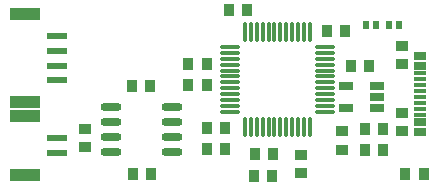
<source format=gtp>
G04*
G04 #@! TF.GenerationSoftware,Altium Limited,Altium Designer,21.8.1 (53)*
G04*
G04 Layer_Color=8421504*
%FSLAX44Y44*%
%MOMM*%
G71*
G04*
G04 #@! TF.SameCoordinates,C2C04723-665B-4EC8-97F3-F64F8151DB4A*
G04*
G04*
G04 #@! TF.FilePolarity,Positive*
G04*
G01*
G75*
%ADD16R,0.9800X0.9300*%
%ADD17R,0.9300X0.9800*%
%ADD18R,0.6000X0.6500*%
%ADD19R,2.5000X1.0000*%
%ADD20R,1.7000X0.6000*%
%ADD21O,0.2800X1.8000*%
%ADD22O,1.8000X0.2800*%
%ADD23R,1.1000X0.6500*%
%ADD24R,1.1000X0.3500*%
%ADD25O,1.8000X0.7000*%
%ADD26R,1.2000X0.6500*%
D16*
X127250Y-16550D02*
D03*
Y-31950D02*
D03*
Y40200D02*
D03*
Y24800D02*
D03*
X42000Y-52000D02*
D03*
Y-67400D02*
D03*
X77000Y-32000D02*
D03*
Y-47400D02*
D03*
X-141000Y-45400D02*
D03*
Y-30000D02*
D03*
D17*
X145700Y-68500D02*
D03*
X130300D02*
D03*
X2293Y-69589D02*
D03*
X17693D02*
D03*
X-19400Y71000D02*
D03*
X-4000D02*
D03*
X-86000Y6000D02*
D03*
X-101400D02*
D03*
X-53400Y25000D02*
D03*
X-38000D02*
D03*
X-53400Y7000D02*
D03*
X-38000D02*
D03*
X64000Y53000D02*
D03*
X79400D02*
D03*
X-22300Y-29000D02*
D03*
X-37700D02*
D03*
X111400Y-48000D02*
D03*
X96000D02*
D03*
X111400Y-30000D02*
D03*
X96000D02*
D03*
X84000Y23250D02*
D03*
X99400D02*
D03*
X-85000Y-68000D02*
D03*
X-100400D02*
D03*
X-22300Y-47000D02*
D03*
X-37700D02*
D03*
X18497Y-51228D02*
D03*
X3097D02*
D03*
D18*
X97250Y58000D02*
D03*
X105750D02*
D03*
X116750D02*
D03*
X125250D02*
D03*
D19*
X-191500Y67250D02*
D03*
Y-7250D02*
D03*
Y-19250D02*
D03*
Y-68750D02*
D03*
D20*
X-165000Y36250D02*
D03*
Y48750D02*
D03*
Y23750D02*
D03*
Y11250D02*
D03*
Y-37750D02*
D03*
Y-50250D02*
D03*
D21*
X-5500Y-28500D02*
D03*
X-500D02*
D03*
X4500D02*
D03*
X9500D02*
D03*
X14500D02*
D03*
X19500D02*
D03*
X24500D02*
D03*
X29500D02*
D03*
X34500D02*
D03*
X39500D02*
D03*
X44500D02*
D03*
X49500D02*
D03*
Y52500D02*
D03*
X44500D02*
D03*
X39500D02*
D03*
X34500D02*
D03*
X29500D02*
D03*
X24500D02*
D03*
X19500D02*
D03*
X14500D02*
D03*
X9500D02*
D03*
X4500D02*
D03*
X-500D02*
D03*
X-5500D02*
D03*
D22*
X62500Y-15500D02*
D03*
Y-10500D02*
D03*
Y-5500D02*
D03*
Y-500D02*
D03*
Y4500D02*
D03*
Y9500D02*
D03*
Y14500D02*
D03*
Y19500D02*
D03*
Y24500D02*
D03*
Y29500D02*
D03*
Y34500D02*
D03*
Y39500D02*
D03*
X-18500D02*
D03*
Y34500D02*
D03*
Y29500D02*
D03*
Y24500D02*
D03*
Y19500D02*
D03*
Y14500D02*
D03*
Y9500D02*
D03*
Y4500D02*
D03*
Y-500D02*
D03*
Y-5500D02*
D03*
Y-10500D02*
D03*
Y-15500D02*
D03*
D23*
X142500Y31750D02*
D03*
Y23750D02*
D03*
Y-24250D02*
D03*
Y-32250D02*
D03*
D24*
Y17250D02*
D03*
Y12250D02*
D03*
Y7250D02*
D03*
Y2250D02*
D03*
Y-2750D02*
D03*
Y-7750D02*
D03*
Y-12750D02*
D03*
Y-17750D02*
D03*
D25*
X-67000Y-49050D02*
D03*
Y-36350D02*
D03*
Y-23650D02*
D03*
Y-10950D02*
D03*
X-119000Y-49050D02*
D03*
Y-36350D02*
D03*
Y-23650D02*
D03*
Y-10950D02*
D03*
D26*
X106000Y-12500D02*
D03*
Y-3000D02*
D03*
Y6500D02*
D03*
X80000D02*
D03*
Y-12500D02*
D03*
M02*

</source>
